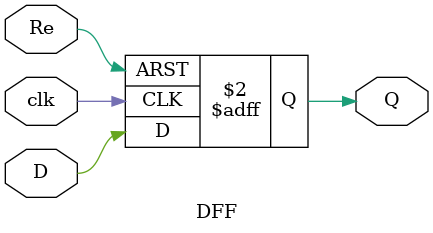
<source format=v>
module DFF (
    input wire clk,
    input wire Re,
    input wire D,
    output reg Q
);

always @(posedge clk or posedge Re) begin
    if (Re) begin
        Q <= 1'b0; // Synchronous reset
    end else begin
        Q <= D;
    end
end
endmodule




</source>
